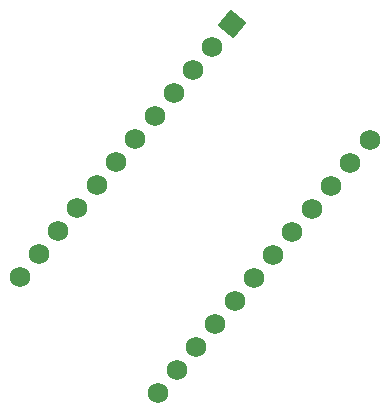
<source format=gbr>
%TF.GenerationSoftware,KiCad,Pcbnew,(6.0.5)*%
%TF.CreationDate,2022-05-06T01:30:31+03:00*%
%TF.ProjectId,main,6d61696e-2e6b-4696-9361-645f70636258,v1.0.0*%
%TF.SameCoordinates,Original*%
%TF.FileFunction,Legend,Bot*%
%TF.FilePolarity,Positive*%
%FSLAX46Y46*%
G04 Gerber Fmt 4.6, Leading zero omitted, Abs format (unit mm)*
G04 Created by KiCad (PCBNEW (6.0.5)) date 2022-05-06 01:30:31*
%MOMM*%
%LPD*%
G01*
G04 APERTURE LIST*
G04 Aperture macros list*
%AMRotRect*
0 Rectangle, with rotation*
0 The origin of the aperture is its center*
0 $1 length*
0 $2 width*
0 $3 Rotation angle, in degrees counterclockwise*
0 Add horizontal line*
21,1,$1,$2,0,0,$3*%
G04 Aperture macros list end*
%ADD10C,1.752600*%
%ADD11RotRect,1.752600X1.752600X230.000000*%
G04 APERTURE END LIST*
D10*
%TO.C,MCU1*%
X281337516Y-162919682D03*
X282970196Y-160973930D03*
X284602877Y-159028177D03*
X286235557Y-157082424D03*
X287868238Y-155136671D03*
X289500918Y-153190918D03*
X291133599Y-151245165D03*
X292766279Y-149299412D03*
X294398960Y-147353659D03*
X296031641Y-145407906D03*
X297664321Y-143462154D03*
X299297002Y-141516401D03*
X269662998Y-153123599D03*
X271295679Y-151177846D03*
X272928359Y-149232094D03*
X274561040Y-147286341D03*
X276193721Y-145340588D03*
X277826401Y-143394835D03*
X279459082Y-141449082D03*
X281091762Y-139503329D03*
X282724443Y-137557576D03*
X284357123Y-135611823D03*
X285989804Y-133666070D03*
D11*
X287622484Y-131720318D03*
%TD*%
M02*

</source>
